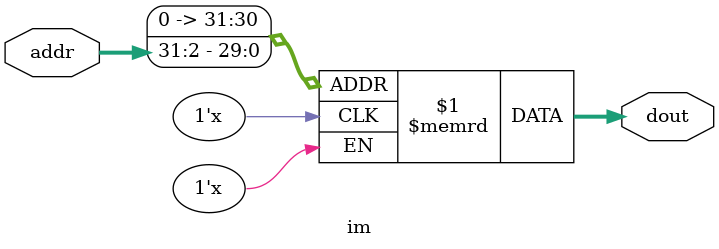
<source format=v>
module im( addr , dout )                           ;

  input           [31:0]           addr            ;
  output          [31:0]           dout            ;

  reg             [31:0]           ROM[1023:0]     ;

  assign    dout    =              ROM[addr>>2]    ; // word aligned
endmodule  

</source>
